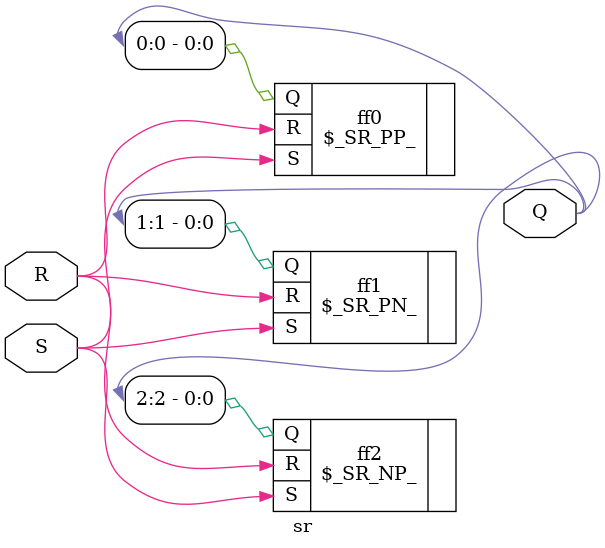
<source format=v>
module sr(input R, S, output [2:0] Q);
\$_SR_PP_ ff0 (.R(R), .S(S), .Q(Q[0]));
\$_SR_PN_ ff1 (.R(R), .S(S), .Q(Q[1]));
\$_SR_NP_ ff2 (.R(R), .S(S), .Q(Q[2]));
endmodule

</source>
